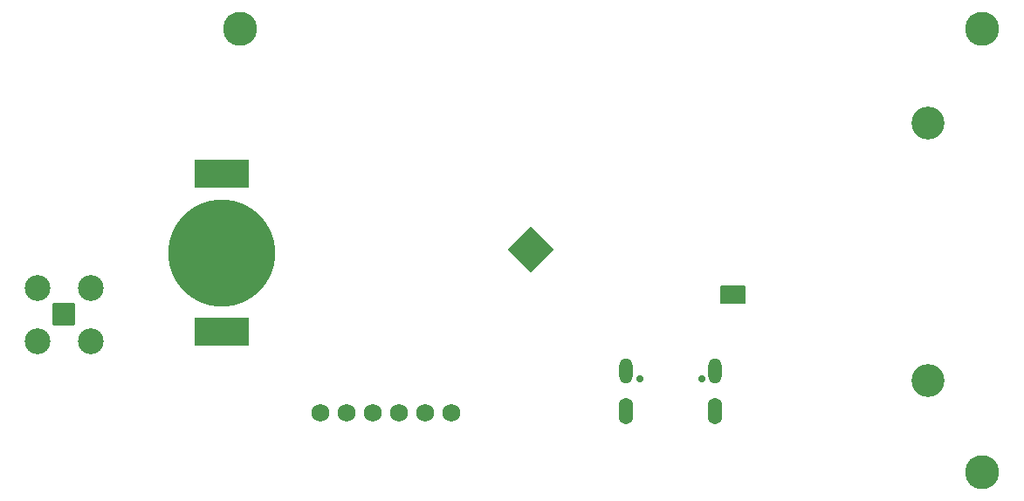
<source format=gbr>
%TF.GenerationSoftware,KiCad,Pcbnew,9.0.2+1*%
%TF.CreationDate,2025-08-16T20:28:54+01:00*%
%TF.ProjectId,Navigator,4e617669-6761-4746-9f72-2e6b69636164,rev?*%
%TF.SameCoordinates,Original*%
%TF.FileFunction,Soldermask,Bot*%
%TF.FilePolarity,Negative*%
%FSLAX46Y46*%
G04 Gerber Fmt 4.6, Leading zero omitted, Abs format (unit mm)*
G04 Created by KiCad (PCBNEW 9.0.2+1) date 2025-08-16 20:28:54*
%MOMM*%
%LPD*%
G01*
G04 APERTURE LIST*
G04 Aperture macros list*
%AMRoundRect*
0 Rectangle with rounded corners*
0 $1 Rounding radius*
0 $2 $3 $4 $5 $6 $7 $8 $9 X,Y pos of 4 corners*
0 Add a 4 corners polygon primitive as box body*
4,1,4,$2,$3,$4,$5,$6,$7,$8,$9,$2,$3,0*
0 Add four circle primitives for the rounded corners*
1,1,$1+$1,$2,$3*
1,1,$1+$1,$4,$5*
1,1,$1+$1,$6,$7*
1,1,$1+$1,$8,$9*
0 Add four rect primitives between the rounded corners*
20,1,$1+$1,$2,$3,$4,$5,0*
20,1,$1+$1,$4,$5,$6,$7,0*
20,1,$1+$1,$6,$7,$8,$9,0*
20,1,$1+$1,$8,$9,$2,$3,0*%
G04 Aperture macros list end*
%ADD10C,0.731600*%
%ADD11C,0.701600*%
%ADD12O,1.310400X2.468400*%
%ADD13O,1.352400X2.552400*%
%ADD14C,3.301600*%
%ADD15C,3.201600*%
%ADD16RoundRect,0.050800X1.050000X-1.050000X1.050000X1.050000X-1.050000X1.050000X-1.050000X-1.050000X0*%
%ADD17C,2.501600*%
%ADD18C,1.727200*%
%ADD19C,10.404000*%
%ADD20RoundRect,0.102000X2.550000X-1.250000X2.550000X1.250000X-2.550000X1.250000X-2.550000X-1.250000X0*%
G04 APERTURE END LIST*
D10*
%TO.C,J5*%
X160544856Y-94948499D03*
D11*
X166544856Y-94948499D03*
D12*
X159224856Y-94223499D03*
X167864856Y-94223499D03*
D13*
X159224856Y-98048499D03*
X167864856Y-98048499D03*
%TD*%
D14*
%TO.C,H1*%
X193800000Y-104000000D03*
%TD*%
D15*
%TO.C,DSUB1*%
X188520000Y-95149000D03*
X188520000Y-70159000D03*
%TD*%
D14*
%TO.C,H2*%
X193800000Y-61000000D03*
%TD*%
D16*
%TO.C,J2*%
X104700000Y-88700000D03*
D17*
X107275000Y-91275000D03*
X107275000Y-86125000D03*
X102125000Y-86125000D03*
X102125000Y-91275000D03*
%TD*%
D14*
%TO.C,H3*%
X121800000Y-61000000D03*
%TD*%
D18*
%TO.C,J1*%
X142300000Y-98287000D03*
X139760000Y-98287000D03*
X137220000Y-98287000D03*
X134680000Y-98287000D03*
X132140000Y-98287000D03*
X129600000Y-98287000D03*
%TD*%
D19*
%TO.C,BT1*%
X119980000Y-82750000D03*
D20*
X120030000Y-90400000D03*
X120030000Y-75100000D03*
%TD*%
G36*
X150023924Y-80196575D02*
G01*
X150068260Y-80225076D01*
X152155029Y-82312192D01*
X152188508Y-82373518D01*
X152183518Y-82443209D01*
X152155062Y-82487506D01*
X150068743Y-84575765D01*
X150007435Y-84609279D01*
X149937741Y-84604327D01*
X149893346Y-84575812D01*
X147804955Y-82487696D01*
X147771466Y-82426375D01*
X147776445Y-82356683D01*
X147804963Y-82312313D01*
X149892904Y-80225054D01*
X149954233Y-80191579D01*
X150023924Y-80196575D01*
G37*
G36*
X170777895Y-85958184D02*
G01*
X170823650Y-86010988D01*
X170834856Y-86062499D01*
X170834856Y-87584499D01*
X170815171Y-87651538D01*
X170762367Y-87697293D01*
X170710856Y-87708499D01*
X168448856Y-87708499D01*
X168381817Y-87688814D01*
X168336062Y-87636010D01*
X168324856Y-87584499D01*
X168324856Y-86062499D01*
X168344541Y-85995460D01*
X168397345Y-85949705D01*
X168448856Y-85938499D01*
X170710856Y-85938499D01*
X170777895Y-85958184D01*
G37*
M02*

</source>
